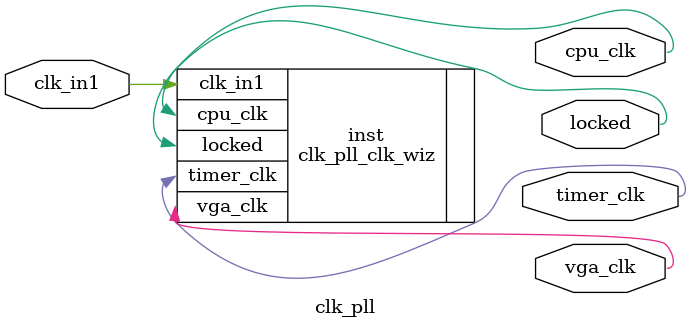
<source format=v>


`timescale 1ps/1ps

(* CORE_GENERATION_INFO = "clk_pll,clk_wiz_v6_0_4_0_0,{component_name=clk_pll,use_phase_alignment=true,use_min_o_jitter=false,use_max_i_jitter=false,use_dyn_phase_shift=false,use_inclk_switchover=false,use_dyn_reconfig=false,enable_axi=0,feedback_source=FDBK_AUTO,PRIMITIVE=PLL,num_out_clk=3,clkin1_period=10.000,clkin2_period=10.000,use_power_down=false,use_reset=false,use_locked=true,use_inclk_stopped=false,feedback_type=SINGLE,CLOCK_MGR_TYPE=NA,manual_override=false}" *)

module clk_pll 
 (
  // Clock out ports
  output        cpu_clk,
  output        timer_clk,
  output        vga_clk,
  // Status and control signals
  output        locked,
 // Clock in ports
  input         clk_in1
 );

  clk_pll_clk_wiz inst
  (
  // Clock out ports  
  .cpu_clk(cpu_clk),
  .timer_clk(timer_clk),
  .vga_clk(vga_clk),
  // Status and control signals               
  .locked(locked),
 // Clock in ports
  .clk_in1(clk_in1)
  );

endmodule

</source>
